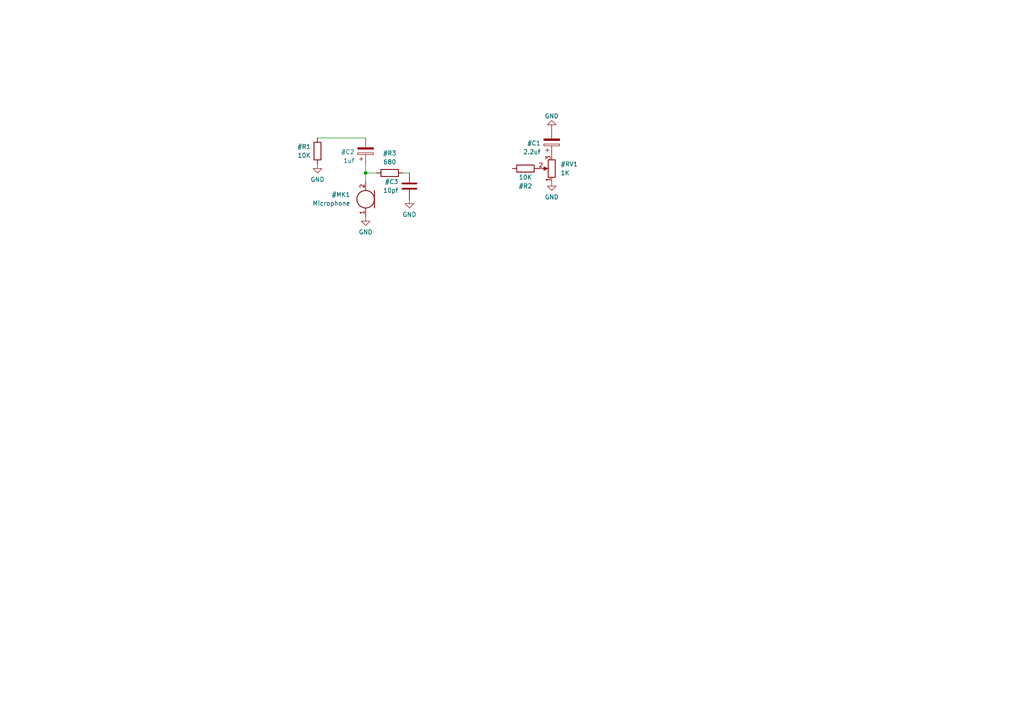
<source format=kicad_sch>
(kicad_sch (version 20230121) (generator eeschema)
  (paper "A4")
  (lib_symbols
    (symbol "Device:C" (pin_numbers hide) (pin_names (offset 0.254))
      (property "Reference" "C" (at 0.635 2.54 0))
      (property "Value" "C" (at 0.635 -2.54 0))
      (symbol "C_0_1"
        (polyline (pts (xy -2.032 -0.762) (xy 2.032 -0.762)) (stroke (width 0.508)))
        (polyline (pts (xy -2.032 0.762) (xy 2.032 0.762)) (stroke (width 0.508)))
      )
      (symbol "C_1_1"
        (pin passive line (at 0 3.81 270) (length 2.794) (name "~") (number "1"))
        (pin passive line (at 0 -3.81 90) (length 2.794) (name "~") (number "2"))
      )
    )
    (symbol "Device:C_Polarized" (pin_numbers hide) (pin_names (offset 0.254))
      (property "Reference" "C" (at 0.635 2.54 0))
      (property "Value" "C_Polarized" (at 0.635 -2.54 0))
      (symbol "C_Polarized_0_1"
        (rectangle (start -2.286 0.508) (end 2.286 1.016))
        (polyline (pts (xy -1.778 2.286) (xy -0.762 2.286)))
        (polyline (pts (xy -1.27 2.794) (xy -1.27 1.778)))
        (rectangle (start 2.286 -0.508) (end -2.286 -1.016) (fill (type outline)))
      )
      (symbol "C_Polarized_1_1"
        (pin passive line (at 0 3.81 270) (length 2.794) (name "~") (number "1"))
        (pin passive line (at 0 -3.81 90) (length 2.794) (name "~") (number "2"))
      )
    )
    (symbol "Device:Microphone" (pin_names (offset 0.0254) hide)
      (property "Reference" "MK" (at -3.81 1.27 0))
      (property "Value" "Microphone" (at -3.81 -0.635 0))
      (symbol "Microphone_0_1"
        (polyline (pts (xy -2.54 2.54) (xy -2.54 -2.54)) (stroke (width 0.254)))
        (polyline (pts (xy 0.254 3.81) (xy 0.762 3.81)))
        (polyline (pts (xy 0.508 4.064) (xy 0.508 3.556)))
        (circle (center 0 0) (radius 2.54) (stroke (width 0.254)))
      )
      (symbol "Microphone_1_1"
        (pin passive line (at 0 -5.08 90) (length 2.54) (name "-") (number "1"))
        (pin passive line (at 0 5.08 270) (length 2.54) (name "+") (number "2"))
      )
    )
    (symbol "Device:R" (pin_numbers hide) (pin_names (offset 0))
      (property "Reference" "R" (at 2.032 0 90))
      (property "Value" "R" (at 0 0 90))
      (symbol "R_0_1"
        (rectangle (start -1.016 -2.54) (end 1.016 2.54) (stroke (width 0.254)))
      )
      (symbol "R_1_1"
        (pin passive line (at 0 3.81 270) (length 1.27) (name "~") (number "1"))
        (pin passive line (at 0 -3.81 90) (length 1.27) (name "~") (number "2"))
      )
    )
    (symbol "Device:R_Potentiometer" (pin_names (offset 1.016) hide)
      (property "Reference" "RV" (at -4.445 0 90))
      (property "Value" "R_Potentiometer" (at -2.54 0 90))
      (symbol "R_Potentiometer_0_1"
        (polyline (pts (xy 2.54 0) (xy 1.524 0)))
        (polyline (pts (xy 1.143 0) (xy 2.286 0.508) (xy 2.286 -0.508) (xy 1.143 0)) (fill (type outline)))
        (rectangle (start 1.016 2.54) (end -1.016 -2.54) (stroke (width 0.254)))
      )
      (symbol "R_Potentiometer_1_1"
        (pin passive line (at 0 3.81 270) (length 1.27) (name "1") (number "1"))
        (pin passive line (at 3.81 0 180) (length 1.27) (name "2") (number "2"))
        (pin passive line (at 0 -3.81 90) (length 1.27) (name "3") (number "3"))
      )
    )
    (symbol "power:GND" (power) (pin_names (offset 0))
      (property "Value" "GND" (at 0 -3.81 0))
      (symbol "GND_0_1"
        (polyline (pts (xy 0 0) (xy 0 -1.27) (xy 1.27 -1.27) (xy 0 -2.54) (xy -1.27 -1.27) (xy 0 -1.27)))
      )
      (symbol "GND_1_1"
        (pin power_in line (at 0 0 270) (length 0) hide (name "GND") (number "1"))
      )
    )
  )
  (junction (at 106.045 50.165))
  (wire (pts (xy 92.075 40.005) (xy 106.045 40.005)))
  (wire (pts (xy 106.045 50.165) (xy 106.045 52.705)))
  (wire (pts (xy 106.045 47.625) (xy 106.045 50.165)))
  (wire (pts (xy 116.84 50.165) (xy 118.745 50.165)))
  (wire (pts (xy 106.045 50.165) (xy 109.22 50.165)))
  (symbol (lib_id "power:GND") (at 92.075 47.625 0) (unit 1)
    (property "Reference" "#PWR059" (effects hide))
    (property "Value" "GND" (at 92.075 52.07 0))
  )
  (symbol (lib_id "Device:C_Polarized") (at 160.02 41.275 0) (mirror x) (unit 1)
    (property "Reference" "#C1" (at 156.845 41.529 0) (effects (justify right)))
    (property "Value" "2.2uf" (at 156.845 44.069 0) (effects (justify right)))
    (property "Footprint" "Capacitor_SMD:C_0603_1608Metric" (effects hide))
  )
  (symbol (lib_id "Device:R") (at 152.4 48.895 270) (unit 1)
    (property "Reference" "#R2" (at 152.4 53.975 90))
    (property "Value" "10K" (at 152.4 51.435 90))
    (property "Footprint" "Resistor_SMD:R_0402_1005Metric" (effects hide))
  )
  (symbol (lib_id "power:GND") (at 106.045 62.865 0) (unit 1)
    (property "Reference" "#PWR062" (effects hide))
    (property "Value" "GND" (at 106.045 67.31 0))
  )
  (symbol (lib_id "Device:C") (at 118.745 53.975 0) (unit 1)
    (property "Reference" "#C3" (at 115.57 52.705 0) (effects (justify right)))
    (property "Value" "10pf" (at 115.57 55.245 0) (effects (justify right)))
    (property "Footprint" "Capacitor_SMD:C_0402_1005Metric" (effects hide))
  )
  (symbol (lib_id "Device:R_Potentiometer") (at 160.02 48.895 180) (unit 1)
    (property "Reference" "#RV1" (at 162.56 47.625 0) (effects (justify right)))
    (property "Value" "1K" (at 162.56 50.165 0) (effects (justify right)))
  )
  (symbol (lib_id "power:GND") (at 118.745 57.785 0) (unit 1)
    (property "Reference" "#PWR061" (effects hide))
    (property "Value" "GND" (at 118.745 62.23 0))
  )
  (symbol (lib_id "power:GND") (at 160.02 52.705 0) (unit 1)
    (property "Reference" "#PWR060" (effects hide))
    (property "Value" "GND" (at 160.02 57.15 0))
  )
  (symbol (lib_id "Device:R") (at 92.075 43.815 0) (unit 1)
    (property "Reference" "#R1" (at 90.17 42.545 0) (effects (justify right)))
    (property "Value" "10K" (at 90.17 45.085 0) (effects (justify right)))
    (property "Footprint" "Resistor_SMD:R_0402_1005Metric" (effects hide))
  )
  (symbol (lib_id "Device:R") (at 113.03 50.165 90) (unit 1)
    (property "Reference" "#R3" (at 113.03 44.45 90))
    (property "Value" "680" (at 113.03 46.99 90))
    (property "Footprint" "Resistor_SMD:R_0402_1005Metric" (effects hide))
  )
  (symbol (lib_id "Device:C_Polarized") (at 106.045 43.815 0) (mirror x) (unit 1)
    (property "Reference" "#C2" (at 102.87 44.069 0) (effects (justify right)))
    (property "Value" "1uf" (at 102.87 46.609 0) (effects (justify right)))
    (property "Footprint" "Capacitor_SMD:C_0603_1608Metric" (effects hide))
  )
  (symbol (lib_id "power:GND") (at 160.02 37.465 180) (unit 1)
    (property "Reference" "#PWR058" (effects hide))
    (property "Value" "GND" (at 160.02 33.655 0))
  )
  (symbol (lib_id "Device:Microphone") (at 106.045 57.785 0) (mirror y) (unit 1)
    (property "Reference" "#MK1" (at 101.6 56.4515 0) (effects (justify left)))
    (property "Value" "Microphone" (at 101.6 58.9915 0) (effects (justify left)))
    (property "Footprint" "SamacSys_Parts:CMA4544PFW" (effects hide))
  )
)
</source>
